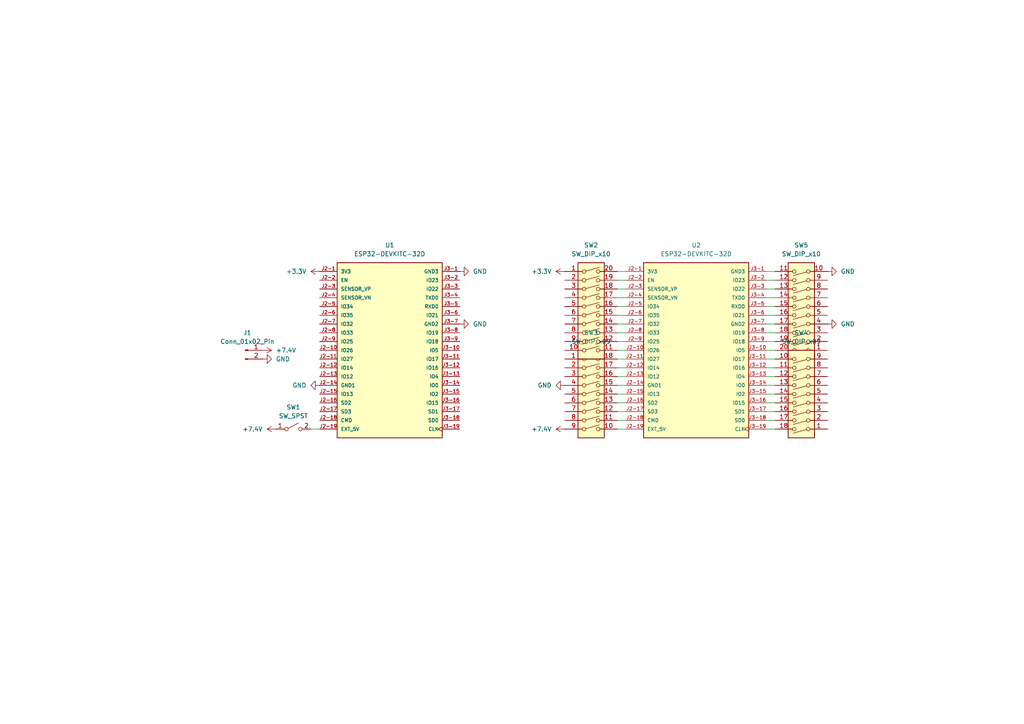
<source format=kicad_sch>
(kicad_sch (version 20231120) (generator "eeschema") (generator_version "8.0")
  (paper "A4")
  (lib_symbols
    (symbol "Connector:Conn_01x02_Pin" (pin_names (offset 1.016) hide)
      (property "Reference" "J" (at 0 2.54 0))
      (property "Value" "Conn_01x02_Pin" (at 0 -5.08 0))
      (symbol "Conn_01x02_Pin_1_1"
        (polyline (pts (xy 1.27 -2.54) (xy 0.8636 -2.54)) (stroke (width 0.1524)))
        (polyline (pts (xy 1.27 0) (xy 0.8636 0)) (stroke (width 0.1524)))
        (rectangle (start 0.8636 -2.413) (end 0 -2.667) (stroke (width 0.1524)) (fill (type outline)))
        (rectangle (start 0.8636 0.127) (end 0 -0.127) (stroke (width 0.1524)) (fill (type outline)))
        (pin passive line (at 5.08 0 180) (length 3.81) (name "Pin_1") (number "1"))
        (pin passive line (at 5.08 -2.54 180) (length 3.81) (name "Pin_2") (number "2"))
      )
    )
    (symbol "ESP32-DEVKITC-32D:ESP32-DEVKITC-32D" (pin_names (offset 1.016))
      (property "Reference" "U" (at -15.2572 26.0643 0))
      (property "Value" "ESP32-DEVKITC-32D" (at -15.2563 -27.9698 0))
      (symbol "ESP32-DEVKITC-32D_0_0"
        (rectangle (start -15.24 -25.4) (end 15.24 25.4) (stroke (width 0.254)) (fill (type background)))
        (pin power_in line (at -20.32 22.86 0) (length 5.08) (name "3V3") (number "J2-1"))
        (pin bidirectional line (at -20.32 0 0) (length 5.08) (name "IO26") (number "J2-10"))
        (pin bidirectional line (at -20.32 -2.54 0) (length 5.08) (name "IO27") (number "J2-11"))
        (pin bidirectional line (at -20.32 -5.08 0) (length 5.08) (name "IO14") (number "J2-12"))
        (pin bidirectional line (at -20.32 -7.62 0) (length 5.08) (name "IO12") (number "J2-13"))
        (pin power_in line (at -20.32 -10.16 0) (length 5.08) (name "GND1") (number "J2-14"))
        (pin bidirectional line (at -20.32 -12.7 0) (length 5.08) (name "IO13") (number "J2-15"))
        (pin bidirectional line (at -20.32 -15.24 0) (length 5.08) (name "SD2") (number "J2-16"))
        (pin bidirectional line (at -20.32 -17.78 0) (length 5.08) (name "SD3") (number "J2-17"))
        (pin bidirectional line (at -20.32 -20.32 0) (length 5.08) (name "CMD") (number "J2-18"))
        (pin power_in line (at -20.32 -22.86 0) (length 5.08) (name "EXT_5V") (number "J2-19"))
        (pin input line (at -20.32 20.32 0) (length 5.08) (name "EN") (number "J2-2"))
        (pin input line (at -20.32 17.78 0) (length 5.08) (name "SENSOR_VP") (number "J2-3"))
        (pin input line (at -20.32 15.24 0) (length 5.08) (name "SENSOR_VN") (number "J2-4"))
        (pin bidirectional line (at -20.32 12.7 0) (length 5.08) (name "IO34") (number "J2-5"))
        (pin bidirectional line (at -20.32 10.16 0) (length 5.08) (name "IO35") (number "J2-6"))
        (pin bidirectional line (at -20.32 7.62 0) (length 5.08) (name "IO32") (number "J2-7"))
        (pin bidirectional line (at -20.32 5.08 0) (length 5.08) (name "IO33") (number "J2-8"))
        (pin bidirectional line (at -20.32 2.54 0) (length 5.08) (name "IO25") (number "J2-9"))
        (pin power_in line (at 20.32 22.86 180) (length 5.08) (name "GND3") (number "J3-1"))
        (pin bidirectional line (at 20.32 0 180) (length 5.08) (name "IO5") (number "J3-10"))
        (pin bidirectional line (at 20.32 -2.54 180) (length 5.08) (name "IO17") (number "J3-11"))
        (pin bidirectional line (at 20.32 -5.08 180) (length 5.08) (name "IO16") (number "J3-12"))
        (pin bidirectional line (at 20.32 -7.62 180) (length 5.08) (name "IO4") (number "J3-13"))
        (pin bidirectional line (at 20.32 -10.16 180) (length 5.08) (name "IO0") (number "J3-14"))
        (pin bidirectional line (at 20.32 -12.7 180) (length 5.08) (name "IO2") (number "J3-15"))
        (pin bidirectional line (at 20.32 -15.24 180) (length 5.08) (name "IO15") (number "J3-16"))
        (pin bidirectional line (at 20.32 -17.78 180) (length 5.08) (name "SD1") (number "J3-17"))
        (pin bidirectional line (at 20.32 -20.32 180) (length 5.08) (name "SD0") (number "J3-18"))
        (pin input clock (at 20.32 -22.86 180) (length 5.08) (name "CLK") (number "J3-19"))
        (pin bidirectional line (at 20.32 20.32 180) (length 5.08) (name "IO23") (number "J3-2"))
        (pin bidirectional line (at 20.32 17.78 180) (length 5.08) (name "IO22") (number "J3-3"))
        (pin output line (at 20.32 15.24 180) (length 5.08) (name "TXD0") (number "J3-4"))
        (pin input line (at 20.32 12.7 180) (length 5.08) (name "RXD0") (number "J3-5"))
        (pin bidirectional line (at 20.32 10.16 180) (length 5.08) (name "IO21") (number "J3-6"))
        (pin power_in line (at 20.32 7.62 180) (length 5.08) (name "GND2") (number "J3-7"))
        (pin bidirectional line (at 20.32 5.08 180) (length 5.08) (name "IO19") (number "J3-8"))
        (pin bidirectional line (at 20.32 2.54 180) (length 5.08) (name "IO18") (number "J3-9"))
      )
    )
    (symbol "Switch:SW_DIP_x09" (pin_names (offset 0) hide)
      (property "Reference" "SW" (at 0 13.97 0))
      (property "Value" "SW_DIP_x09" (at 0 -13.97 0))
      (symbol "SW_DIP_x09_0_0"
        (circle (center -2.032 -10.16) (radius 0.508))
        (circle (center -2.032 -7.62) (radius 0.508))
        (circle (center -2.032 -5.08) (radius 0.508))
        (circle (center -2.032 -2.54) (radius 0.508))
        (circle (center -2.032 0) (radius 0.508))
        (circle (center -2.032 2.54) (radius 0.508))
        (circle (center -2.032 5.08) (radius 0.508))
        (circle (center -2.032 7.62) (radius 0.508))
        (circle (center -2.032 10.16) (radius 0.508))
        (polyline (pts (xy -1.524 -10.0076) (xy 2.3622 -8.9662)))
        (polyline (pts (xy -1.524 -7.4676) (xy 2.3622 -6.4262)))
        (polyline (pts (xy -1.524 -4.9276) (xy 2.3622 -3.8862)))
        (polyline (pts (xy -1.524 -2.3876) (xy 2.3622 -1.3462)))
        (polyline (pts (xy -1.524 0.127) (xy 2.3622 1.1684)))
        (polyline (pts (xy -1.524 2.667) (xy 2.3622 3.7084)))
        (polyline (pts (xy -1.524 5.207) (xy 2.3622 6.2484)))
        (polyline (pts (xy -1.524 7.747) (xy 2.3622 8.7884)))
        (polyline (pts (xy -1.524 10.287) (xy 2.3622 11.3284)))
        (circle (center 2.032 -10.16) (radius 0.508))
        (circle (center 2.032 -7.62) (radius 0.508))
        (circle (center 2.032 -5.08) (radius 0.508))
        (circle (center 2.032 -2.54) (radius 0.508))
        (circle (center 2.032 0) (radius 0.508))
        (circle (center 2.032 2.54) (radius 0.508))
        (circle (center 2.032 5.08) (radius 0.508))
        (circle (center 2.032 7.62) (radius 0.508))
        (circle (center 2.032 10.16) (radius 0.508))
      )
      (symbol "SW_DIP_x09_0_1"
        (rectangle (start -3.81 12.7) (end 3.81 -12.7) (stroke (width 0.254)) (fill (type background)))
      )
      (symbol "SW_DIP_x09_1_1"
        (pin passive line (at -7.62 10.16 0) (length 5.08) (name "~") (number "1"))
        (pin passive line (at 7.62 -10.16 180) (length 5.08) (name "~") (number "10"))
        (pin passive line (at 7.62 -7.62 180) (length 5.08) (name "~") (number "11"))
        (pin passive line (at 7.62 -5.08 180) (length 5.08) (name "~") (number "12"))
        (pin passive line (at 7.62 -2.54 180) (length 5.08) (name "~") (number "13"))
        (pin passive line (at 7.62 0 180) (length 5.08) (name "~") (number "14"))
        (pin passive line (at 7.62 2.54 180) (length 5.08) (name "~") (number "15"))
        (pin passive line (at 7.62 5.08 180) (length 5.08) (name "~") (number "16"))
        (pin passive line (at 7.62 7.62 180) (length 5.08) (name "~") (number "17"))
        (pin passive line (at 7.62 10.16 180) (length 5.08) (name "~") (number "18"))
        (pin passive line (at -7.62 7.62 0) (length 5.08) (name "~") (number "2"))
        (pin passive line (at -7.62 5.08 0) (length 5.08) (name "~") (number "3"))
        (pin passive line (at -7.62 2.54 0) (length 5.08) (name "~") (number "4"))
        (pin passive line (at -7.62 0 0) (length 5.08) (name "~") (number "5"))
        (pin passive line (at -7.62 -2.54 0) (length 5.08) (name "~") (number "6"))
        (pin passive line (at -7.62 -5.08 0) (length 5.08) (name "~") (number "7"))
        (pin passive line (at -7.62 -7.62 0) (length 5.08) (name "~") (number "8"))
        (pin passive line (at -7.62 -10.16 0) (length 5.08) (name "~") (number "9"))
      )
    )
    (symbol "Switch:SW_DIP_x10" (pin_names (offset 0) hide)
      (property "Reference" "SW" (at 0 16.51 0))
      (property "Value" "SW_DIP_x10" (at 0 -13.97 0))
      (symbol "SW_DIP_x10_0_0"
        (circle (center -2.032 -10.16) (radius 0.508))
        (circle (center -2.032 -7.62) (radius 0.508))
        (circle (center -2.032 -5.08) (radius 0.508))
        (circle (center -2.032 -2.54) (radius 0.508))
        (circle (center -2.032 0) (radius 0.508))
        (circle (center -2.032 2.54) (radius 0.508))
        (circle (center -2.032 5.08) (radius 0.508))
        (circle (center -2.032 7.62) (radius 0.508))
        (circle (center -2.032 10.16) (radius 0.508))
        (circle (center -2.032 12.7) (radius 0.508))
        (polyline (pts (xy -1.524 -10.0076) (xy 2.3622 -8.9662)))
        (polyline (pts (xy -1.524 -7.4676) (xy 2.3622 -6.4262)))
        (polyline (pts (xy -1.524 -4.9276) (xy 2.3622 -3.8862)))
        (polyline (pts (xy -1.524 -2.3876) (xy 2.3622 -1.3462)))
        (polyline (pts (xy -1.524 0.127) (xy 2.3622 1.1684)))
        (polyline (pts (xy -1.524 2.667) (xy 2.3622 3.7084)))
        (polyline (pts (xy -1.524 5.207) (xy 2.3622 6.2484)))
        (polyline (pts (xy -1.524 7.747) (xy 2.3622 8.7884)))
        (polyline (pts (xy -1.524 10.287) (xy 2.3622 11.3284)))
        (polyline (pts (xy -1.524 12.827) (xy 2.3622 13.8684)))
        (circle (center 2.032 -10.16) (radius 0.508))
        (circle (center 2.032 -7.62) (radius 0.508))
        (circle (center 2.032 -5.08) (radius 0.508))
        (circle (center 2.032 -2.54) (radius 0.508))
        (circle (center 2.032 0) (radius 0.508))
        (circle (center 2.032 2.54) (radius 0.508))
        (circle (center 2.032 5.08) (radius 0.508))
        (circle (center 2.032 7.62) (radius 0.508))
        (circle (center 2.032 10.16) (radius 0.508))
        (circle (center 2.032 12.7) (radius 0.508))
      )
      (symbol "SW_DIP_x10_0_1"
        (rectangle (start -3.81 15.24) (end 3.81 -12.7) (stroke (width 0.254)) (fill (type background)))
      )
      (symbol "SW_DIP_x10_1_1"
        (pin passive line (at -7.62 12.7 0) (length 5.08) (name "~") (number "1"))
        (pin passive line (at -7.62 -10.16 0) (length 5.08) (name "~") (number "10"))
        (pin passive line (at 7.62 -10.16 180) (length 5.08) (name "~") (number "11"))
        (pin passive line (at 7.62 -7.62 180) (length 5.08) (name "~") (number "12"))
        (pin passive line (at 7.62 -5.08 180) (length 5.08) (name "~") (number "13"))
        (pin passive line (at 7.62 -2.54 180) (length 5.08) (name "~") (number "14"))
        (pin passive line (at 7.62 0 180) (length 5.08) (name "~") (number "15"))
        (pin passive line (at 7.62 2.54 180) (length 5.08) (name "~") (number "16"))
        (pin passive line (at 7.62 5.08 180) (length 5.08) (name "~") (number "17"))
        (pin passive line (at 7.62 7.62 180) (length 5.08) (name "~") (number "18"))
        (pin passive line (at 7.62 10.16 180) (length 5.08) (name "~") (number "19"))
        (pin passive line (at -7.62 10.16 0) (length 5.08) (name "~") (number "2"))
        (pin passive line (at 7.62 12.7 180) (length 5.08) (name "~") (number "20"))
        (pin passive line (at -7.62 7.62 0) (length 5.08) (name "~") (number "3"))
        (pin passive line (at -7.62 5.08 0) (length 5.08) (name "~") (number "4"))
        (pin passive line (at -7.62 2.54 0) (length 5.08) (name "~") (number "5"))
        (pin passive line (at -7.62 0 0) (length 5.08) (name "~") (number "6"))
        (pin passive line (at -7.62 -2.54 0) (length 5.08) (name "~") (number "7"))
        (pin passive line (at -7.62 -5.08 0) (length 5.08) (name "~") (number "8"))
        (pin passive line (at -7.62 -7.62 0) (length 5.08) (name "~") (number "9"))
      )
    )
    (symbol "Switch:SW_SPST" (pin_names (offset 0) hide)
      (property "Reference" "SW" (at 0 3.175 0))
      (property "Value" "SW_SPST" (at 0 -2.54 0))
      (symbol "SW_SPST_0_0"
        (circle (center -2.032 0) (radius 0.508))
        (polyline (pts (xy -1.524 0.254) (xy 1.524 1.778)))
        (circle (center 2.032 0) (radius 0.508))
      )
      (symbol "SW_SPST_1_1"
        (pin passive line (at -5.08 0 0) (length 2.54) (name "A") (number "1"))
        (pin passive line (at 5.08 0 180) (length 2.54) (name "B") (number "2"))
      )
    )
    (symbol "power:+3.3V" (power) (pin_numbers hide) (pin_names (offset 0) hide)
      (property "Value" "+3.3V" (at 0 3.556 0))
      (symbol "+3.3V_0_1"
        (polyline (pts (xy -0.762 1.27) (xy 0 2.54)))
        (polyline (pts (xy 0 0) (xy 0 2.54)))
        (polyline (pts (xy 0 2.54) (xy 0.762 1.27)))
      )
      (symbol "+3.3V_1_1"
        (pin power_in line (at 0 0 90) (length 0) (name "~") (number "1"))
      )
    )
    (symbol "power:+7.5V" (power) (pin_numbers hide) (pin_names (offset 0) hide)
      (property "Value" "+7.5V" (at 0 3.556 0))
      (symbol "+7.5V_0_1"
        (polyline (pts (xy -0.762 1.27) (xy 0 2.54)))
        (polyline (pts (xy 0 0) (xy 0 2.54)))
        (polyline (pts (xy 0 2.54) (xy 0.762 1.27)))
      )
      (symbol "+7.5V_1_1"
        (pin power_in line (at 0 0 90) (length 0) (name "~") (number "1"))
      )
    )
    (symbol "power:GND" (power) (pin_numbers hide) (pin_names (offset 0) hide)
      (property "Value" "GND" (at 0 -3.81 0))
      (symbol "GND_0_1"
        (polyline (pts (xy 0 0) (xy 0 -1.27) (xy 1.27 -1.27) (xy 0 -2.54) (xy -1.27 -1.27) (xy 0 -1.27)))
      )
      (symbol "GND_1_1"
        (pin power_in line (at 0 0 270) (length 0) (name "~") (number "1"))
      )
    )
  )
  (wire (pts (xy 179.07 121.92) (xy 181.61 121.92)))
  (wire (pts (xy 222.25 106.68) (xy 224.79 106.68)))
  (wire (pts (xy 179.07 99.06) (xy 181.61 99.06)))
  (wire (pts (xy 179.07 116.84) (xy 181.61 116.84)))
  (wire (pts (xy 222.25 109.22) (xy 224.79 109.22)))
  (wire (pts (xy 179.07 81.28) (xy 181.61 81.28)))
  (wire (pts (xy 222.25 111.76) (xy 224.79 111.76)))
  (wire (pts (xy 222.25 83.82) (xy 224.79 83.82)))
  (wire (pts (xy 222.25 88.9) (xy 224.79 88.9)))
  (wire (pts (xy 222.25 99.06) (xy 224.79 99.06)))
  (wire (pts (xy 179.07 83.82) (xy 181.61 83.82)))
  (wire (pts (xy 179.07 88.9) (xy 181.61 88.9)))
  (wire (pts (xy 222.25 114.3) (xy 224.79 114.3)))
  (wire (pts (xy 179.07 109.22) (xy 181.61 109.22)))
  (wire (pts (xy 222.25 101.6) (xy 224.79 101.6)))
  (wire (pts (xy 179.07 91.44) (xy 181.61 91.44)))
  (wire (pts (xy 179.07 124.46) (xy 181.61 124.46)))
  (wire (pts (xy 222.25 86.36) (xy 224.79 86.36)))
  (wire (pts (xy 90.17 124.46) (xy 92.71 124.46)))
  (wire (pts (xy 179.07 93.98) (xy 181.61 93.98)))
  (wire (pts (xy 222.25 96.52) (xy 224.79 96.52)))
  (wire (pts (xy 222.25 93.98) (xy 224.79 93.98)))
  (wire (pts (xy 222.25 116.84) (xy 224.79 116.84)))
  (wire (pts (xy 222.25 121.92) (xy 224.79 121.92)))
  (wire (pts (xy 222.25 91.44) (xy 224.79 91.44)))
  (wire (pts (xy 179.07 86.36) (xy 181.61 86.36)))
  (wire (pts (xy 222.25 119.38) (xy 224.79 119.38)))
  (wire (pts (xy 222.25 124.46) (xy 224.79 124.46)))
  (wire (pts (xy 222.25 81.28) (xy 224.79 81.28)))
  (wire (pts (xy 179.07 114.3) (xy 181.61 114.3)))
  (wire (pts (xy 179.07 106.68) (xy 181.61 106.68)))
  (wire (pts (xy 179.07 101.6) (xy 181.61 101.6)))
  (wire (pts (xy 179.07 96.52) (xy 181.61 96.52)))
  (wire (pts (xy 222.25 104.14) (xy 224.79 104.14)))
  (wire (pts (xy 179.07 111.76) (xy 181.61 111.76)))
  (wire (pts (xy 179.07 104.14) (xy 181.61 104.14)))
  (wire (pts (xy 179.07 119.38) (xy 181.61 119.38)))
  (wire (pts (xy 179.07 78.74) (xy 181.61 78.74)))
  (wire (pts (xy 222.25 78.74) (xy 224.79 78.74)))
  (symbol (lib_id "ESP32-DEVKITC-32D:ESP32-DEVKITC-32D") (at 113.03 101.6 0) (unit 1)
    (property "Reference" "U1" (at 113.03 71.12 0))
    (property "Value" "ESP32-DEVKITC-32D" (at 113.03 73.66 0))
    (property "Footprint" "ESP32-DEVKITC-32D:MODULE_ESP32-DEVKITC-32D" (effects (hide yes)))
    (property "MF" "Espressif Systems" (effects (hide yes)))
    (property "MAXIMUM_PACKAGE_HEIGHT" "N/A" (effects (hide yes)))
    (property "Package" "None" (effects (hide yes)))
    (property "Price" "None" (effects (hide yes)))
    (property "Check_prices" "https://www.snapeda.com/parts/ESP32-DEVKITC-32D/Espressif+Systems/view-part/?ref=eda" (effects (hide yes)))
    (property "STANDARD" "Manufacturer Recommendations" (effects (hide yes)))
    (property "PARTREV" "V4" (effects (hide yes)))
    (property "SnapEDA_Link" "https://www.snapeda.com/parts/ESP32-DEVKITC-32D/Espressif+Systems/view-part/?ref=snap" (effects (hide yes)))
    (property "MP" "ESP32-DEVKITC-32D" (effects (hide yes)))
    (property "Description_1" "\n                        \n                            WiFi Development Tools (802.11) ESP32 General Development Kit, ESP32-WROOM-32D on the board\n                        \n" (effects (hide yes)))
    (property "MANUFACTURER" "Espressif Systems" (effects (hide yes)))
    (property "Availability" "In Stock" (effects (hide yes)))
    (property "SNAPEDA_PN" "ESP32-DEVKITC-32D" (effects (hide yes)))
  )
  (symbol (lib_id "power:+7.5V") (at 163.83 124.46 90) (unit 1)
    (property "Reference" "#PWR011" (effects (hide yes)))
    (property "Value" "+7.4V" (at 160.02 124.4599 90) (effects (justify left)))
    (property "Description" "Power symbol creates a global label with name \"+7.5V\"" (effects (hide yes)))
  )
  (symbol (lib_id "power:+3.3V") (at 92.71 78.74 90) (unit 1)
    (property "Reference" "#PWR06" (effects (hide yes)))
    (property "Value" "+3.3V" (at 88.9 78.7399 90) (effects (justify left)))
    (property "Description" "Power symbol creates a global label with name \"+3.3V\"" (effects (hide yes)))
  )
  (symbol (lib_id "power:+3.3V") (at 163.83 78.74 90) (unit 1)
    (property "Reference" "#PWR01" (effects (hide yes)))
    (property "Value" "+3.3V" (at 160.02 78.7399 90) (effects (justify left)))
    (property "Description" "Power symbol creates a global label with name \"+3.3V\"" (effects (hide yes)))
  )
  (symbol (lib_id "power:GND") (at 163.83 111.76 270) (unit 1)
    (property "Reference" "#PWR07" (effects (hide yes)))
    (property "Value" "GND" (at 160.02 111.7599 90) (effects (justify right)))
    (property "Description" "Power symbol creates a global label with name \"GND\" , ground" (effects (hide yes)))
  )
  (symbol (lib_id "power:GND") (at 133.35 78.74 90) (unit 1)
    (property "Reference" "#PWR02" (effects (hide yes)))
    (property "Value" "GND" (at 137.16 78.7399 90) (effects (justify right)))
    (property "Description" "Power symbol creates a global label with name \"GND\" , ground" (effects (hide yes)))
  )
  (symbol (lib_id "ESP32-DEVKITC-32D:ESP32-DEVKITC-32D") (at 201.93 101.6 0) (unit 1)
    (property "Reference" "U2" (at 201.93 71.12 0))
    (property "Value" "ESP32-DEVKITC-32D" (at 201.93 73.66 0))
    (property "Footprint" "ESP32-DEVKITC-32D:MODULE_ESP32-DEVKITC-32D" (effects (hide yes)))
    (property "MF" "Espressif Systems" (effects (hide yes)))
    (property "MAXIMUM_PACKAGE_HEIGHT" "N/A" (effects (hide yes)))
    (property "Package" "None" (effects (hide yes)))
    (property "Price" "None" (effects (hide yes)))
    (property "Check_prices" "https://www.snapeda.com/parts/ESP32-DEVKITC-32D/Espressif+Systems/view-part/?ref=eda" (effects (hide yes)))
    (property "STANDARD" "Manufacturer Recommendations" (effects (hide yes)))
    (property "PARTREV" "V4" (effects (hide yes)))
    (property "SnapEDA_Link" "https://www.snapeda.com/parts/ESP32-DEVKITC-32D/Espressif+Systems/view-part/?ref=snap" (effects (hide yes)))
    (property "MP" "ESP32-DEVKITC-32D" (effects (hide yes)))
    (property "Description_1" "\n                        \n                            WiFi Development Tools (802.11) ESP32 General Development Kit, ESP32-WROOM-32D on the board\n                        \n" (effects (hide yes)))
    (property "MANUFACTURER" "Espressif Systems" (effects (hide yes)))
    (property "Availability" "In Stock" (effects (hide yes)))
    (property "SNAPEDA_PN" "ESP32-DEVKITC-32D" (effects (hide yes)))
  )
  (symbol (lib_id "Switch:SW_DIP_x10") (at 232.41 88.9 180) (unit 1)
    (property "Reference" "SW5" (at 232.41 71.12 0))
    (property "Value" "SW_DIP_x10" (at 232.41 73.66 0))
    (property "Description" "10x DIP Switch, Single Pole Single Throw (SPST) switch, small symbol" (effects (hide yes)))
  )
  (symbol (lib_id "power:GND") (at 133.35 93.98 90) (unit 1)
    (property "Reference" "#PWR03" (effects (hide yes)))
    (property "Value" "GND" (at 137.16 93.9799 90) (effects (justify right)))
    (property "Description" "Power symbol creates a global label with name \"GND\" , ground" (effects (hide yes)))
  )
  (symbol (lib_id "Switch:SW_DIP_x09") (at 232.41 114.3 180) (unit 1)
    (property "Reference" "SW4" (at 232.41 96.52 0))
    (property "Value" "SW_DIP_x09" (at 232.41 99.06 0))
    (property "Description" "9x DIP Switch, Single Pole Single Throw (SPST) switch, small symbol" (effects (hide yes)))
  )
  (symbol (lib_id "Switch:SW_DIP_x09") (at 171.45 114.3 0) (unit 1)
    (property "Reference" "SW3" (at 171.45 96.52 0))
    (property "Value" "SW_DIP_x09" (at 171.45 99.06 0))
    (property "Description" "9x DIP Switch, Single Pole Single Throw (SPST) switch, small symbol" (effects (hide yes)))
  )
  (symbol (lib_id "Switch:SW_DIP_x10") (at 171.45 91.44 0) (unit 1)
    (property "Reference" "SW2" (at 171.45 71.12 0))
    (property "Value" "SW_DIP_x10" (at 171.45 73.66 0))
    (property "Description" "10x DIP Switch, Single Pole Single Throw (SPST) switch, small symbol" (effects (hide yes)))
  )
  (symbol (lib_id "power:+7.5V") (at 80.01 124.46 90) (unit 1)
    (property "Reference" "#PWR010" (effects (hide yes)))
    (property "Value" "+7.4V" (at 76.2 124.4599 90) (effects (justify left)))
    (property "Description" "Power symbol creates a global label with name \"+7.5V\"" (effects (hide yes)))
  )
  (symbol (lib_id "power:GND") (at 76.2 104.14 90) (unit 1)
    (property "Reference" "#PWR05" (effects (hide yes)))
    (property "Value" "GND" (at 80.01 104.1399 90) (effects (justify right)))
    (property "Description" "Power symbol creates a global label with name \"GND\" , ground" (effects (hide yes)))
  )
  (symbol (lib_id "Connector:Conn_01x02_Pin") (at 71.12 101.6 0) (unit 1)
    (property "Reference" "J1" (at 71.755 96.52 0))
    (property "Value" "Conn_01x02_Pin" (at 71.755 99.06 0))
    (property "Footprint" "Connector_JST:JST_PH_B2B-PH-K_1x02_P2.00mm_Vertical" (effects (hide yes)))
    (property "Description" "Generic connector, single row, 01x02, script generated" (effects (hide yes)))
  )
  (symbol (lib_id "power:+7.5V") (at 76.2 101.6 270) (unit 1)
    (property "Reference" "#PWR012" (effects (hide yes)))
    (property "Value" "+7.4V" (at 80.01 101.5999 90) (effects (justify left)))
    (property "Description" "Power symbol creates a global label with name \"+7.5V\"" (effects (hide yes)))
  )
  (symbol (lib_id "power:GND") (at 240.03 93.98 90) (unit 1)
    (property "Reference" "#PWR09" (effects (hide yes)))
    (property "Value" "GND" (at 243.84 93.9799 90) (effects (justify right)))
    (property "Description" "Power symbol creates a global label with name \"GND\" , ground" (effects (hide yes)))
  )
  (symbol (lib_id "power:GND") (at 92.71 111.76 270) (unit 1)
    (property "Reference" "#PWR04" (effects (hide yes)))
    (property "Value" "GND" (at 88.9 111.7599 90) (effects (justify right)))
    (property "Description" "Power symbol creates a global label with name \"GND\" , ground" (effects (hide yes)))
  )
  (symbol (lib_id "Switch:SW_SPST") (at 85.09 124.46 0) (unit 1)
    (property "Reference" "SW1" (at 85.09 118.11 0))
    (property "Value" "SW_SPST" (at 85.09 120.65 0))
    (property "Description" "Single Pole Single Throw (SPST) switch" (effects (hide yes)))
  )
  (symbol (lib_id "power:GND") (at 240.03 78.74 90) (unit 1)
    (property "Reference" "#PWR08" (effects (hide yes)))
    (property "Value" "GND" (at 243.84 78.7399 90) (effects (justify right)))
    (property "Description" "Power symbol creates a global label with name \"GND\" , ground" (effects (hide yes)))
  )
)
</source>
